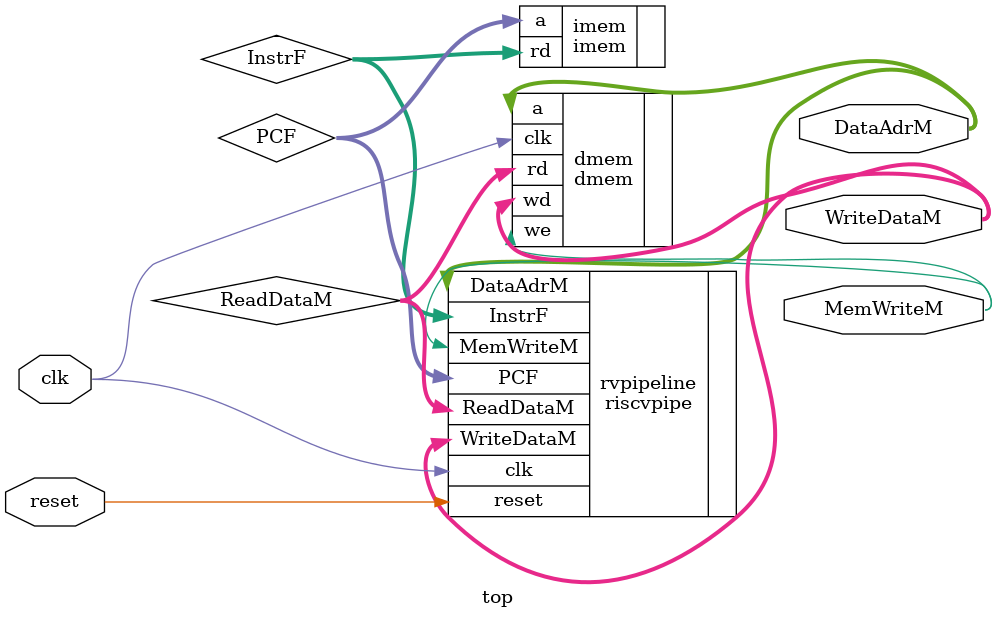
<source format=v>
`timescale 1ns / 1ps


// ============================================================================
// MÓDULO TOP - Nivel Superior
// ============================================================================
module top(input  clk, reset, 
           output [31:0] WriteDataM, DataAdrM, 
           output MemWriteM);
  
  wire [31:0] PCF, InstrF, ReadDataM; 
  
  // instantiate processor and memories
  riscvpipe rvpipeline(
    .clk(clk), 
    .reset(reset), 
    .PCF(PCF), 
    .InstrF(InstrF), 
    .MemWriteM(MemWriteM), 
    .DataAdrM(DataAdrM), 
    .WriteDataM(WriteDataM), 
    .ReadDataM(ReadDataM)
  ); 

  imem imem(
    .a(PCF), 
    .rd(InstrF)
  ); 

  dmem dmem(
    .clk(clk), 
    .we(MemWriteM), 
    .a(DataAdrM),    
    .wd(WriteDataM), 
    .rd(ReadDataM) // output
  ); 
endmodule

</source>
